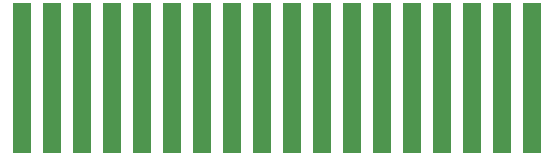
<source format=gbr>
G04 EAGLE Gerber RS-274X export*
G75*
%MOMM*%
%FSLAX34Y34*%
%LPD*%
%INSolderpaste Bottom*%
%IPPOS*%
%AMOC8*
5,1,8,0,0,1.08239X$1,22.5*%
G01*
%ADD10R,1.524000X12.700000*%


D10*
X38100Y76200D03*
X63500Y76200D03*
X88900Y76200D03*
X114300Y76200D03*
X139700Y76200D03*
X165100Y76200D03*
X190500Y76200D03*
X215900Y76200D03*
X241300Y76200D03*
X266700Y76200D03*
X292100Y76200D03*
X317500Y76200D03*
X342900Y76200D03*
X368300Y76200D03*
X393700Y76200D03*
X419100Y76200D03*
X444500Y76200D03*
X469900Y76200D03*
M02*

</source>
